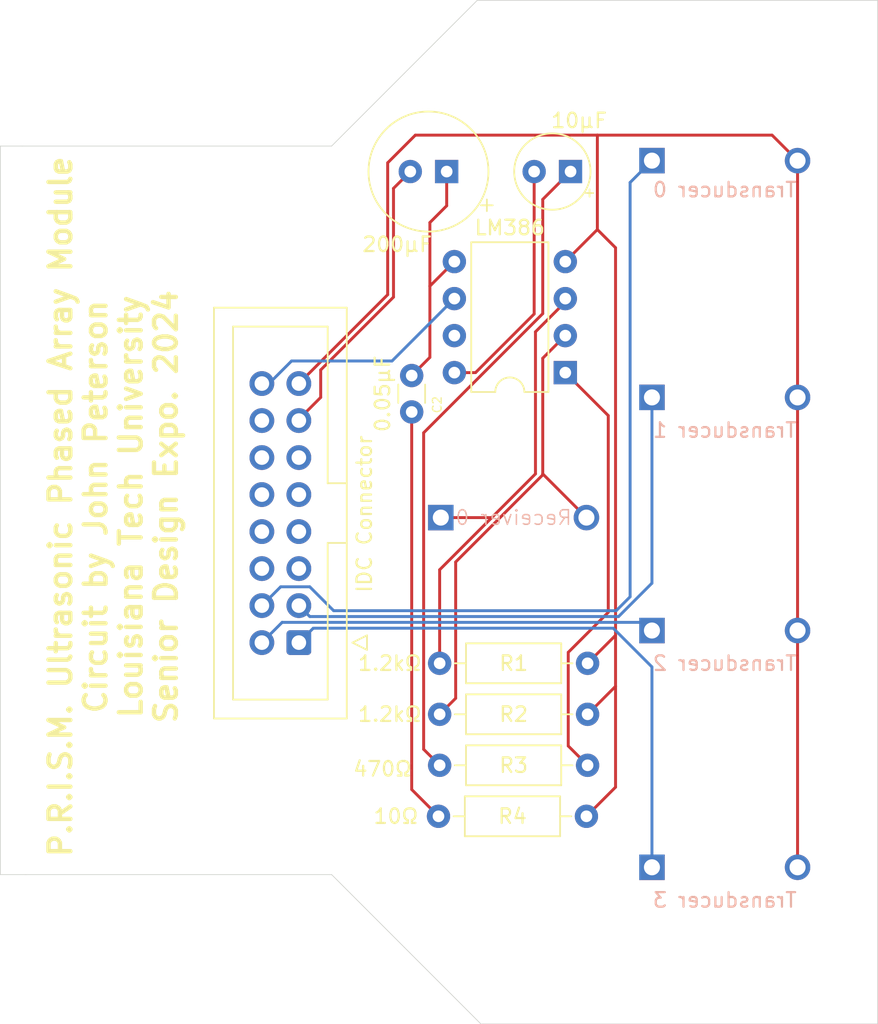
<source format=kicad_pcb>
(kicad_pcb (version 20240108) (generator "pcbnew") (generator_version "8.0")
  (layers (0 "F.Cu" signal) (31 "B.Cu" signal) (34 "B.Paste" user) (35 "F.Paste" user) (36 "B.SilkS" user "B.Silkscreen") (37 "F.SilkS" user "F.Silkscreen") (38 "B.Mask" user) (39 "F.Mask" user) (44 "Edge.Cuts" user))
  (net 0 "")
  (net 1 "Net-(J1-Pin_3)")
  (net 2 "Net-(J1-Pin_2)")
  (net 3 "Net-(J1-Pin_1)")
  (net 5 "Net-(J1-Pin_13)")
  (net 11 "/Vsys")
  (net 15 "/GND")
  (net 16 "Net-(J1-Pin_4)")
  (net 17 "Net-(C2-Pad2)")
  (net 18 "Net-(C3-Pad1)")
  (net 19 "Net-(MK1-+)")
  (net 20 "Net-(MK1--)")
  (net 21 "Net-(R3-Pad2)")
  (net 22 "Net-(C1-Pad1)")
  (net 24 "Net-(C3-Pad2)")
  (footprint "MountingHole:MountingHole_2.2mm_M2" (layer "F.Cu") (at 150 45)
    (property "Reference" "REF**" (hide yes))
    (property "Value" "MountingHole_2.2mm_M2" (hide yes))
    (pad "" np_thru_hole circle (at 0 0) (size 2.2 2.2) (drill 2.2) (layers "*.Cu" "*.Mask"))
  )
  (footprint "Capacitor_THT:CP_Radial_Tantal_D5.0mm_P2.50mm" (layer "F.Cu") (at 153.910225 51.749999 180)
    (property "Reference" "C3" (hide yes))
    (property "Value" "10μF" (at -0.589775 3.499999 180) (layer "F.SilkS"))
    (fp_line (start -1.304775 -1.725) (end -1.304775 -1.225) (stroke (width 0.12)) (layer "F.SilkS"))
    (fp_line (start -1.554775 -1.475) (end -1.054775 -1.475) (stroke (width 0.12)) (layer "F.SilkS"))
    (fp_circle (center 1.25 0) (end 3.87 0) (stroke (width 0.12)) (fill none) (layer "F.SilkS"))
    (pad "1" thru_hole rect (at 0 0 180) (size 1.6 1.6) (drill 0.8) (layers "*.Cu" "*.Mask") (net 18 "Net-(C3-Pad1)"))
    (pad "2" thru_hole circle (at 2.5 0 180) (size 1.6 1.6) (drill 0.8) (layers "*.Cu" "*.Mask") (net 24 "Net-(C3-Pad2)"))
  )
  (footprint "MountingHole:MountingHole_2.2mm_M2" (layer "F.Cu") (at 125 55)
    (property "Reference" "REF**" (hide yes))
    (property "Value" "MountingHole_2.2mm_M2" (hide yes))
    (pad "" np_thru_hole circle (at 0 0) (size 2.2 2.2) (drill 2.2) (layers "F&B.Cu" "*.Mask"))
  )
  (footprint "Resistor_THT:R_Axial_DIN0207_L6.3mm_D2.5mm_P10.16mm_Horizontal" (layer "F.Cu") (at 144.92 85.5)
    (property "Reference" "R1" (hide yes))
    (property "Value" "1.2kΩ" (at -3.42 0 0) (layer "F.SilkS"))
    (fp_line (start 1.04 0) (end 1.81 0) (stroke (width 0.12)) (layer "F.SilkS"))
    (fp_line (start 1.81 -1.37) (end 1.81 1.37) (stroke (width 0.12)) (layer "F.SilkS"))
    (fp_line (start 1.81 1.37) (end 8.35 1.37) (stroke (width 0.12)) (layer "F.SilkS"))
    (fp_line (start 8.35 -1.37) (end 1.81 -1.37) (stroke (width 0.12)) (layer "F.SilkS"))
    (fp_line (start 8.35 1.37) (end 8.35 -1.37) (stroke (width 0.12)) (layer "F.SilkS"))
    (fp_line (start 9.12 0) (end 8.35 0) (stroke (width 0.12)) (layer "F.SilkS"))
    (fp_text user "${REFERENCE}" (at 5.08 0 0) (layer "F.SilkS"))
    (pad "1" thru_hole circle (at 0 0) (size 1.6 1.6) (drill 0.8) (layers "*.Cu" "*.Mask") (net 20 "Net-(MK1--)"))
    (pad "2" thru_hole oval (at 10.16 0) (size 1.6 1.6) (drill 0.8) (layers "*.Cu" "*.Mask") (net 15 "/GND"))
  )
  (footprint "Connector_IDC:IDC-Header_2x08_P2.54mm_Vertical" (layer "F.Cu") (at 135.25 84.08 180)
    (property "Reference" "J1" (hide yes))
    (property "Value" "IDC Connector" (at -4.5 8.83 -90) (layer "F.SilkS"))
    (fp_line (start 5.83 22.99) (end -3.29 22.99) (stroke (width 0.12)) (layer "F.SilkS"))
    (fp_line (start 5.83 -5.21) (end 5.83 22.99) (stroke (width 0.12)) (layer "F.SilkS"))
    (fp_line (start 4.52 21.69) (end -1.98 21.69) (stroke (width 0.12)) (layer "F.SilkS"))
    (fp_line (start 4.52 -3.91) (end 4.52 21.69) (stroke (width 0.12)) (layer "F.SilkS"))
    (fp_line (start -1.98 21.69) (end -1.98 10.94) (stroke (width 0.12)) (layer "F.SilkS"))
    (fp_line (start -1.98 10.94) (end -1.98 10.94) (stroke (width 0.12)) (layer "F.SilkS"))
    (fp_line (start -1.98 10.94) (end -3.29 10.94) (stroke (width 0.12)) (layer "F.SilkS"))
    (fp_line (start -1.98 6.84) (end -1.98 -3.91) (stroke (width 0.12)) (layer "F.SilkS"))
    (fp_line (start -1.98 -3.91) (end 4.52 -3.91) (stroke (width 0.12)) (layer "F.SilkS"))
    (fp_line (start -3.29 22.99) (end -3.29 -5.21) (stroke (width 0.12)) (layer "F.SilkS"))
    (fp_line (start -3.29 6.84) (end -1.98 6.84) (stroke (width 0.12)) (layer "F.SilkS"))
    (fp_line (start -3.29 -5.21) (end 5.83 -5.21) (stroke (width 0.12)) (layer "F.SilkS"))
    (fp_line (start -3.68 0) (end -4.68 -0.5) (stroke (width 0.12)) (layer "F.SilkS"))
    (fp_line (start -4.68 0.5) (end -3.68 0) (stroke (width 0.12)) (layer "F.SilkS"))
    (fp_line (start -4.68 -0.5) (end -4.68 0.5) (stroke (width 0.12)) (layer "F.SilkS"))
    (pad "1" thru_hole roundrect (at 0 0 180) (size 1.7 1.7) (drill 1) (layers "*.Cu" "*.Mask") (roundrect_rratio 0.1470588235) (net 3 "Net-(J1-Pin_1)"))
    (pad "2" thru_hole circle (at 2.54 0 180) (size 1.7 1.7) (drill 1) (layers "*.Cu" "*.Mask") (net 2 "Net-(J1-Pin_2)"))
    (pad "3" thru_hole circle (at 0 2.54 180) (size 1.7 1.7) (drill 1) (layers "*.Cu" "*.Mask") (net 1 "Net-(J1-Pin_3)"))
    (pad "4" thru_hole circle (at 2.54 2.54 180) (size 1.7 1.7) (drill 1) (layers "*.Cu" "*.Mask") (net 16 "Net-(J1-Pin_4)"))
    (pad "5" thru_hole circle (at 0 5.08 180) (size 1.7 1.7) (drill 1) (layers "*.Cu" "*.Mask"))
    (pad "6" thru_hole circle (at 2.54 5.08 180) (size 1.7 1.7) (drill 1) (layers "*.Cu" "*.Mask"))
    (pad "7" thru_hole circle (at 0 7.62 180) (size 1.7 1.7) (drill 1) (layers "*.Cu" "*.Mask"))
    (pad "8" thru_hole circle (at 2.54 7.62 180) (size 1.7 1.7) (drill 1) (layers "*.Cu" "*.Mask"))
    (pad "9" thru_hole circle (at 0 10.16 180) (size 1.7 1.7) (drill 1) (layers "*.Cu" "*.Mask"))
    (pad "10" thru_hole circle (at 2.54 10.16 180) (size 1.7 1.7) (drill 1) (layers "*.Cu" "*.Mask"))
    (pad "11" thru_hole circle (at 0 12.7 180) (size 1.7 1.7) (drill 1) (layers "*.Cu" "*.Mask"))
    (pad "12" thru_hole circle (at 2.54 12.7 180) (size 1.7 1.7) (drill 1) (layers "*.Cu" "*.Mask"))
    (pad "13" thru_hole circle (at 0 15.24 180) (size 1.7 1.7) (drill 1) (layers "*.Cu" "*.Mask") (net 5 "Net-(J1-Pin_13)"))
    (pad "14" thru_hole circle (at 2.54 15.24 180) (size 1.7 1.7) (drill 1) (layers "*.Cu" "*.Mask"))
    (pad "15" thru_hole circle (at 0 17.78 180) (size 1.7 1.7) (drill 1) (layers "*.Cu" "*.Mask") (net 15 "/GND"))
    (pad "16" thru_hole circle (at 2.54 17.78 180) (size 1.7 1.7) (drill 1) (layers "*.Cu" "*.Mask") (net 11 "/Vsys"))
  )
  (footprint "Resistor_THT:R_Axial_DIN0207_L6.3mm_D2.5mm_P10.16mm_Horizontal" (layer "F.Cu") (at 155.08 89 180)
    (property "Reference" "R2" (hide yes))
    (property "Value" "1.2kΩ" (at 13.58 0 180) (layer "F.SilkS"))
    (fp_line (start 9.12 0) (end 8.35 0) (stroke (width 0.12)) (layer "F.SilkS"))
    (fp_line (start 8.35 1.37) (end 8.35 -1.37) (stroke (width 0.12)) (layer "F.SilkS"))
    (fp_line (start 8.35 -1.37) (end 1.81 -1.37) (stroke (width 0.12)) (layer "F.SilkS"))
    (fp_line (start 1.81 1.37) (end 8.35 1.37) (stroke (width 0.12)) (layer "F.SilkS"))
    (fp_line (start 1.81 -1.37) (end 1.81 1.37) (stroke (width 0.12)) (layer "F.SilkS"))
    (fp_line (start 1.04 0) (end 1.81 0) (stroke (width 0.12)) (layer "F.SilkS"))
    (fp_text user "${REFERENCE}" (at 5.08 0 180) (layer "F.SilkS"))
    (pad "1" thru_hole circle (at 0 0 180) (size 1.6 1.6) (drill 0.8) (layers "*.Cu" "*.Mask") (net 15 "/GND"))
    (pad "2" thru_hole oval (at 10.16 0 180) (size 1.6 1.6) (drill 0.8) (layers "*.Cu" "*.Mask") (net 19 "Net-(MK1-+)"))
  )
  (footprint "Capacitor_THT:C_Disc_D3.0mm_W1.6mm_P2.50mm" (layer "F.Cu") (at 143 65.75 -90)
    (property "Reference" "C2" (hide yes))
    (property "Value" "0.05μF" (at 1.25 2 90) (layer "F.SilkS"))
    (fp_line (start 0.621 0.92) (end 1.879 0.92) (stroke (width 0.12)) (layer "F.SilkS"))
    (fp_line (start 0.621 -0.92) (end 1.879 -0.92) (stroke (width 0.12)) (layer "F.SilkS"))
    (fp_text user "${REFERENCE}" (at 2 -1.75 90) (layer "F.SilkS") (effects (font (size 0.6 0.6) (thickness 0.09))))
    (pad "1" thru_hole circle (at 0 0 270) (size 1.6 1.6) (drill 0.8) (layers "*.Cu" "*.Mask") (net 22 "Net-(C1-Pad1)"))
    (pad "2" thru_hole circle (at 2.5 0 270) (size 1.6 1.6) (drill 0.8) (layers "*.Cu" "*.Mask") (net 17 "Net-(C2-Pad2)"))
  )
  (footprint "Resistor_THT:R_Axial_DIN0207_L6.3mm_D2.5mm_P10.16mm_Horizontal" (layer "F.Cu") (at 144.92 92.5)
    (property "Reference" "R3" (hide yes))
    (property "Value" "470Ω" (at -3.92 0.25 0) (layer "F.SilkS"))
    (fp_line (start 1.04 0) (end 1.81 0) (stroke (width 0.12)) (layer "F.SilkS"))
    (fp_line (start 1.81 -1.37) (end 1.81 1.37) (stroke (width 0.12)) (layer "F.SilkS"))
    (fp_line (start 1.81 1.37) (end 8.35 1.37) (stroke (width 0.12)) (layer "F.SilkS"))
    (fp_line (start 8.35 -1.37) (end 1.81 -1.37) (stroke (width 0.12)) (layer "F.SilkS"))
    (fp_line (start 8.35 1.37) (end 8.35 -1.37) (stroke (width 0.12)) (layer "F.SilkS"))
    (fp_line (start 9.12 0) (end 8.35 0) (stroke (width 0.12)) (layer "F.SilkS"))
    (fp_text user "${REFERENCE}" (at 5.08 0 0) (layer "F.SilkS"))
    (pad "1" thru_hole circle (at 0 0) (size 1.6 1.6) (drill 0.8) (layers "*.Cu" "*.Mask") (net 18 "Net-(C3-Pad1)"))
    (pad "2" thru_hole oval (at 10.16 0) (size 1.6 1.6) (drill 0.8) (layers "*.Cu" "*.Mask") (net 21 "Net-(R3-Pad2)"))
  )
  (footprint "MountingHole:MountingHole_2.2mm_M2" (layer "F.Cu") (at 150 105)
    (property "Reference" "REF**" (hide yes))
    (property "Value" "MountingHole_2.2mm_M2" (hide yes))
    (pad "" np_thru_hole circle (at 0 0) (size 2.2 2.2) (drill 2.2) (layers "*.Cu" "*.Mask"))
  )
  (footprint "MountingHole:MountingHole_2.2mm_M2" (layer "F.Cu") (at 125 95)
    (property "Reference" "REF**" (hide yes))
    (property "Value" "MountingHole_2.2mm_M2" (hide yes))
    (pad "" np_thru_hole circle (at 0 0) (size 2.2 2.2) (drill 2.2) (layers "F&B.Cu" "*.Mask"))
  )
  (footprint "Resistor_THT:R_Axial_DIN0207_L6.3mm_D2.5mm_P10.16mm_Horizontal" (layer "F.Cu") (at 155 96 180)
    (property "Reference" "R4" (hide yes))
    (property "Value" "10Ω" (at 13.08 0 180) (layer "F.SilkS"))
    (fp_line (start 9.12 0) (end 8.35 0) (stroke (width 0.12)) (layer "F.SilkS"))
    (fp_line (start 8.35 1.37) (end 8.35 -1.37) (stroke (width 0.12)) (layer "F.SilkS"))
    (fp_line (start 8.35 -1.37) (end 1.81 -1.37) (stroke (width 0.12)) (layer "F.SilkS"))
    (fp_line (start 1.81 1.37) (end 8.35 1.37) (stroke (width 0.12)) (layer "F.SilkS"))
    (fp_line (start 1.81 -1.37) (end 1.81 1.37) (stroke (width 0.12)) (layer "F.SilkS"))
    (fp_line (start 1.04 0) (end 1.81 0) (stroke (width 0.12)) (layer "F.SilkS"))
    (fp_text user "${REFERENCE}" (at 5.08 0 180) (layer "F.SilkS"))
    (pad "1" thru_hole circle (at 0 0 180) (size 1.6 1.6) (drill 0.8) (layers "*.Cu" "*.Mask") (net 15 "/GND"))
    (pad "2" thru_hole oval (at 10.16 0 180) (size 1.6 1.6) (drill 0.8) (layers "*.Cu" "*.Mask") (net 17 "Net-(C2-Pad2)"))
  )
  (footprint "Package_DIP:DIP-8_W7.62mm" (layer "F.Cu") (at 153.55 65.55 180)
    (property "Reference" "U1" (hide yes))
    (property "Value" "LM386" (at 3.81 9.95 180) (layer "F.SilkS"))
    (fp_line (start 6.46 8.95) (end 6.46 -1.33) (stroke (width 0.12)) (layer "F.SilkS"))
    (fp_line (start 6.46 -1.33) (end 4.81 -1.33) (stroke (width 0.12)) (layer "F.SilkS"))
    (fp_line (start 2.81 -1.33) (end 1.16 -1.33) (stroke (width 0.12)) (layer "F.SilkS"))
    (fp_line (start 1.16 8.95) (end 6.46 8.95) (stroke (width 0.12)) (layer "F.SilkS"))
    (fp_line (start 1.16 -1.33) (end 1.16 8.95) (stroke (width 0.12)) (layer "F.SilkS"))
    (fp_arc (start 4.81 -1.33) (mid 3.81 -0.33) (end 2.81 -1.33) (stroke (width 0.12)) (layer "F.SilkS"))
    (pad "1" thru_hole rect (at 0 0 180) (size 1.6 1.6) (drill 0.8) (layers "*.Cu" "*.Mask") (net 21 "Net-(R3-Pad2)"))
    (pad "2" thru_hole oval (at 0 2.54 180) (size 1.6 1.6) (drill 0.8) (layers "*.Cu" "*.Mask") (net 19 "Net-(MK1-+)"))
    (pad "3" thru_hole oval (at 0 5.08 180) (size 1.6 1.6) (drill 0.8) (layers "*.Cu" "*.Mask") (net 20 "Net-(MK1--)"))
    (pad "4" thru_hole oval (at 0 7.62 180) (size 1.6 1.6) (drill 0.8) (layers "*.Cu" "*.Mask") (net 15 "/GND"))
    (pad "5" thru_hole oval (at 7.62 7.62 180) (size 1.6 1.6) (drill 0.8) (layers "*.Cu" "*.Mask") (net 22 "Net-(C1-Pad1)"))
    (pad "6" thru_hole oval (at 7.62 5.08 180) (size 1.6 1.6) (drill 0.8) (layers "*.Cu" "*.Mask") (net 11 "/Vsys"))
    (pad "7" thru_hole oval (at 7.62 2.54 180) (size 1.6 1.6) (drill 0.8) (layers "*.Cu" "*.Mask"))
    (pad "8" thru_hole oval (at 7.62 0 180) (size 1.6 1.6) (drill 0.8) (layers "*.Cu" "*.Mask") (net 24 "Net-(C3-Pad2)"))
  )
  (footprint "Capacitor_THT:CP_Radial_Tantal_D8.0mm_P2.50mm" (layer "F.Cu") (at 145.402651 51.75 180)
    (property "Reference" "C1" (hide yes))
    (property "Value" "200μF" (at 3.402651 -5 180) (layer "F.SilkS"))
    (fp_line (start -2.759698 -2.715) (end -2.759698 -1.915) (stroke (width 0.12)) (layer "F.SilkS"))
    (fp_line (start -3.159698 -2.315) (end -2.359698 -2.315) (stroke (width 0.12)) (layer "F.SilkS"))
    (fp_circle (center 1.25 0) (end 5.37 0) (stroke (width 0.12)) (fill none) (layer "F.SilkS"))
    (pad "1" thru_hole rect (at 0 0 180) (size 1.6 1.6) (drill 0.8) (layers "*.Cu" "*.Mask") (net 22 "Net-(C1-Pad1)"))
    (pad "2" thru_hole circle (at 2.5 0 180) (size 1.6 1.6) (drill 0.8) (layers "*.Cu" "*.Mask") (net 5 "Net-(J1-Pin_13)"))
  )
  (footprint "UltrasonicTransducerReceiver:Ultrasonic Transducer-Receiver" (layer "B.Cu") (at 159.5 83.25)
    (property "Reference" "LS2" (hide yes))
    (property "Value" "Transducer 2" (at 5 2.249999 0) (layer "B.SilkS") (effects (justify mirror)))
    (pad "1" thru_hole rect (at 0 0) (size 1.75 1.75) (drill 1.1) (layers "*.Cu" "*.Mask") (net 2 "Net-(J1-Pin_2)"))
    (pad "2" thru_hole circle (at 10 0) (size 1.75 1.75) (drill 1.1) (layers "*.Cu" "*.Mask") (net 15 "/GND"))
  )
  (footprint "UltrasonicTransducerReceiver:Ultrasonic Transducer-Receiver" (layer "B.Cu") (at 159.5 67.25)
    (property "Reference" "LS3" (hide yes))
    (property "Value" "Transducer 1" (at 5 2.25 0) (layer "B.SilkS") (effects (justify mirror)))
    (pad "1" thru_hole rect (at 0 0) (size 1.75 1.75) (drill 1.1) (layers "*.Cu" "*.Mask") (net 1 "Net-(J1-Pin_3)"))
    (pad "2" thru_hole circle (at 10 0) (size 1.75 1.75) (drill 1.1) (layers "*.Cu" "*.Mask") (net 15 "/GND"))
  )
  (footprint "UltrasonicTransducerReceiver:Ultrasonic Transducer-Receiver" (layer "B.Cu") (at 145 75.5)
    (property "Reference" "Receiver 0" (at 5 0 0) (layer "B.SilkS") (effects (font (thickness 0.1)) (justify mirror)))
    (property "Value" "Microphone_Ultrasound" (hide yes))
    (pad "1" thru_hole rect (at 0 0) (size 1.75 1.75) (drill 1.1) (layers "*.Cu" "*.Mask") (net 20 "Net-(MK1--)"))
    (pad "2" thru_hole circle (at 10 0) (size 1.75 1.75) (drill 1.1) (layers "*.Cu" "*.Mask") (net 19 "Net-(MK1-+)"))
  )
  (footprint "UltrasonicTransducerReceiver:Ultrasonic Transducer-Receiver" (layer "B.Cu") (at 159.5 51)
    (property "Reference" "LS4" (hide yes))
    (property "Value" "Transducer 0" (at 5 2 0) (layer "B.SilkS") (effects (justify mirror)))
    (pad "1" thru_hole rect (at 0 0) (size 1.75 1.75) (drill 1.1) (layers "*.Cu" "*.Mask") (net 16 "Net-(J1-Pin_4)"))
    (pad "2" thru_hole circle (at 10 0) (size 1.75 1.75) (drill 1.1) (layers "*.Cu" "*.Mask") (net 15 "/GND"))
  )
  (footprint "UltrasonicTransducerReceiver:Ultrasonic Transducer-Receiver" (layer "B.Cu") (at 159.5 99.5)
    (property "Reference" "LS1" (hide yes))
    (property "Value" "Transducer 3" (at 4.999999 2.249999 0) (layer "B.SilkS") (effects (justify mirror)))
    (pad "1" thru_hole rect (at 0 0) (size 1.75 1.75) (drill 1.1) (layers "*.Cu" "*.Mask") (net 3 "Net-(J1-Pin_1)"))
    (pad "2" thru_hole circle (at 10 0) (size 1.75 1.75) (drill 1.1) (layers "*.Cu" "*.Mask") (net 15 "/GND"))
  )
  (gr_line (start 175 40) (end 147.5 40) (stroke (width 0.05)) (layer "Edge.Cuts"))
  (gr_line (start 175 110.25) (end 175 40) (stroke (width 0.05)) (layer "Edge.Cuts"))
  (gr_line (start 137.5 100) (end 142.5 105) (stroke (width 0.05)) (layer "Edge.Cuts"))
  (gr_line (start 142.5 105) (end 147.75 110.25) (stroke (width 0.05)) (layer "Edge.Cuts"))
  (gr_line (start 114.75 100) (end 114.75 50) (stroke (width 0.05)) (layer "Edge.Cuts"))
  (gr_line (start 116.5 100) (end 137.5 100) (stroke (width 0.05)) (layer "Edge.Cuts"))
  (gr_line (start 116.5 100) (end 114.75 100) (stroke (width 0.05)) (layer "Edge.Cuts"))
  (gr_line (start 147.75 110.25) (end 175 110.25) (stroke (width 0.05)) (layer "Edge.Cuts"))
  (gr_line (start 145 42.5) (end 147.5 40) (stroke (width 0.05)) (layer "Edge.Cuts"))
  (gr_line (start 116.25 50) (end 137.5 50) (stroke (width 0.05)) (layer "Edge.Cuts"))
  (gr_line (start 114.75 50) (end 116.25 50) (stroke (width 0.05)) (layer "Edge.Cuts"))
  (gr_line (start 142.5 45) (end 145 42.5) (stroke (width 0.05)) (layer "Edge.Cuts"))
  (gr_line (start 137.5 50) (end 142.5 45) (stroke (width 0.05)) (layer "Edge.Cuts"))
  (gr_text "P.R.I.S.M. Ultrasonic Phased Array Module\nCircuit by John Peterson\nLouisiana Tech University\nSenior Design Expo. 2024" (at 127 74.75 -270) (layer "F.SilkS") (effects (font (size 1.5 1.5) (thickness 0.3) (bold yes)) (justify bottom)))
  (segment (start 135.25 81.54) (end 136 82.29) (width 0.2) (layer "B.Cu") (net 1))
  (segment (start 157.21 82.29) (end 159.5 80) (width 0.2) (layer "B.Cu") (net 1))
  (segment (start 136 82.29) (end 157.21 82.29) (width 0.2) (layer "B.Cu") (net 1))
  (segment (start 159.5 80) (end 159.5 67.25) (width 0.2) (layer "B.Cu") (net 1))
  (segment (start 158.94 82.69) (end 159.5 83.25) (width 0.2) (layer "B.Cu") (net 2))
  (segment (start 132.71 84.08) (end 134.1 82.69) (width 0.2) (layer "B.Cu") (net 2))
  (segment (start 134.1 82.69) (end 158.94 82.69) (width 0.2) (layer "B.Cu") (net 2))
  (segment (start 156.84 83.09) (end 159.5 85.75) (width 0.2) (layer "B.Cu") (net 3))
  (segment (start 159.5 85.75) (end 159.5 99.5) (width 0.2) (layer "B.Cu") (net 3))
  (segment (start 135.25 84.08) (end 136.24 83.09) (width 0.2) (layer "B.Cu") (net 3))
  (segment (start 136.24 83.09) (end 156.84 83.09) (width 0.2) (layer "B.Cu") (net 3))
  (segment (start 136.75 65.365686) (end 141.75 60.365686) (width 0.2) (layer "F.Cu") (net 5))
  (segment (start 141.75 60.365686) (end 141.75 52.902651) (width 0.2) (layer "F.Cu") (net 5))
  (segment (start 135.25 68.84) (end 135.25 68.75) (width 0.2) (layer "F.Cu") (net 5))
  (segment (start 135.25 68.75) (end 136.75 67.25) (width 0.2) (layer "F.Cu") (net 5))
  (segment (start 136.75 67.25) (end 136.75 65.365686) (width 0.2) (layer "F.Cu") (net 5))
  (segment (start 141.75 52.902651) (end 142.902651 51.75) (width 0.2) (layer "F.Cu") (net 5))
  (segment (start 134.75 64.75) (end 141.65 64.75) (width 0.2) (layer "B.Cu") (net 11))
  (segment (start 133.2 66.3) (end 134.75 64.75) (width 0.2) (layer "B.Cu") (net 11))
  (segment (start 132.71 66.3) (end 133.2 66.3) (width 0.2) (layer "B.Cu") (net 11))
  (segment (start 141.65 64.75) (end 145.93 60.47) (width 0.2) (layer "B.Cu") (net 11))
  (segment (start 157 83.58) (end 157 56.98) (width 0.2) (layer "F.Cu") (net 15))
  (segment (start 157 94) (end 157 87.08) (width 0.2) (layer "F.Cu") (net 15))
  (segment (start 169.5 67.25) (end 169.5 51) (width 0.2) (layer "F.Cu") (net 15))
  (segment (start 155.08 85.5) (end 156.9 83.68) (width 0.2) (layer "F.Cu") (net 15))
  (segment (start 169.5 83.25) (end 169.5 67.25) (width 0.2) (layer "F.Cu") (net 15))
  (segment (start 155.75 55.73) (end 155.75 49.25) (width 0.2) (layer "F.Cu") (net 15))
  (segment (start 156.9 83.68) (end 157 83.58) (width 0.2) (layer "F.Cu") (net 15))
  (segment (start 169.5 51) (end 167.75 49.25) (width 0.2) (layer "F.Cu") (net 15))
  (segment (start 169.5 99.5) (end 169.5 83.25) (width 0.2) (layer "F.Cu") (net 15))
  (segment (start 155.08 89) (end 157 87.08) (width 0.2) (layer "F.Cu") (net 15))
  (segment (start 155.75 49.25) (end 143.25 49.25) (width 0.2) (layer "F.Cu") (net 15))
  (segment (start 155 96) (end 157 94) (width 0.2) (layer "F.Cu") (net 15))
  (segment (start 153.55 57.93) (end 155.75 55.73) (width 0.2) (layer "F.Cu") (net 15))
  (segment (start 157 56.98) (end 155.75 55.73) (width 0.2) (layer "F.Cu") (net 15))
  (segment (start 143.25 49.25) (end 141.35 51.15) (width 0.2) (layer "F.Cu") (net 15))
  (segment (start 141.35 60.2) (end 135.25 66.3) (width 0.2) (layer "F.Cu") (net 15))
  (segment (start 167.75 49.25) (end 155.75 49.25) (width 0.2) (layer "F.Cu") (net 15))
  (segment (start 157 87.08) (end 157 83.58) (width 0.2) (layer "F.Cu") (net 15))
  (segment (start 141.35 51.15) (end 141.35 60.2) (width 0.2) (layer "F.Cu") (net 15))
  (segment (start 136 80.25) (end 137.64 81.89) (width 0.2) (layer "B.Cu") (net 16))
  (segment (start 157.044314 81.89) (end 158 80.934314) (width 0.2) (layer "B.Cu") (net 16))
  (segment (start 134 80.25) (end 136 80.25) (width 0.2) (layer "B.Cu") (net 16))
  (segment (start 158 52.5) (end 159.5 51) (width 0.2) (layer "B.Cu") (net 16))
  (segment (start 137.64 81.89) (end 157.044314 81.89) (width 0.2) (layer "B.Cu") (net 16))
  (segment (start 158 80.934314) (end 158 52.5) (width 0.2) (layer "B.Cu") (net 16))
  (segment (start 132.71 81.54) (end 134 80.25) (width 0.2) (layer "B.Cu") (net 16))
  (segment (start 143 94.16) (end 143 68.25) (width 0.2) (layer "F.Cu") (net 17))
  (segment (start 144.84 96) (end 143 94.16) (width 0.2) (layer "F.Cu") (net 17))
  (segment (start 153.910225 51.749999) (end 152 53.660224) (width 0.2) (layer "F.Cu") (net 18))
  (segment (start 152 61.5) (end 143.82 69.68) (width 0.2) (layer "F.Cu") (net 18))
  (segment (start 152 53.660224) (end 152 61.5) (width 0.2) (layer "F.Cu") (net 18))
  (segment (start 143.82 91.4) (end 144.92 92.5) (width 0.2) (layer "F.Cu") (net 18))
  (segment (start 143.82 69.68) (end 143.82 91.4) (width 0.2) (layer "F.Cu") (net 18))
  (segment (start 152 72.5) (end 152 64.56) (width 0.2) (layer "F.Cu") (net 19))
  (segment (start 152 72.5) (end 152 72.565686) (width 0.2) (layer "F.Cu") (net 19))
  (segment (start 146.02 78.545686) (end 146.02 87.9) (width 0.2) (layer "F.Cu") (net 19))
  (segment (start 152 72.565686) (end 146.02 78.545686) (width 0.2) (layer "F.Cu") (net 19))
  (segment (start 146.02 87.9) (end 144.92 89) (width 0.2) (layer "F.Cu") (net 19))
  (segment (start 155 75.5) (end 152 72.5) (width 0.2) (layer "F.Cu") (net 19))
  (segment (start 152 64.56) (end 153.55 63.01) (width 0.2) (layer "F.Cu") (net 19))
  (segment (start 151.5 72.5) (end 148.5 75.5) (width 0.2) (layer "F.Cu") (net 20))
  (segment (start 151.5 62.75) (end 151.5 72.5) (width 0.2) (layer "F.Cu") (net 20))
  (segment (start 153.55 60.47) (end 153.55 60.7) (width 0.2) (layer "F.Cu") (net 20))
  (segment (start 148.5 75.5) (end 145 75.5) (width 0.2) (layer "F.Cu") (net 20))
  (segment (start 144.92 79.08) (end 144.92 85.5) (width 0.2) (layer "F.Cu") (net 20))
  (segment (start 148.5 75.5) (end 144.92 79.08) (width 0.2) (layer "F.Cu") (net 20))
  (segment (start 153.55 60.7) (end 151.5 62.75) (width 0.2) (layer "F.Cu") (net 20))
  (segment (start 156.5 82) (end 156.5 68.5) (width 0.2) (layer "F.Cu") (net 21))
  (segment (start 153.75 84.75) (end 156.5 82) (width 0.2) (layer "F.Cu") (net 21))
  (segment (start 155.08 92.5) (end 153.75 91.17) (width 0.2) (layer "F.Cu") (net 21))
  (segment (start 156.5 68.5) (end 153.55 65.55) (width 0.2) (layer "F.Cu") (net 21))
  (segment (start 153.75 91.17) (end 153.75 84.75) (width 0.2) (layer "F.Cu") (net 21))
  (segment (start 143.18 65.57) (end 143 65.75) (width 0.2) (layer "F.Cu") (net 22))
  (segment (start 144.25 64.5) (end 143 65.75) (width 0.2) (layer "F.Cu") (net 22))
  (segment (start 144.25 59.61) (end 144.25 64.5) (width 0.2) (layer "F.Cu") (net 22))
  (segment (start 145.402651 54.097349) (end 145.402651 51.75) (width 0.2) (layer "F.Cu") (net 22))
  (segment (start 144.25 59.61) (end 144.25 55.25) (width 0.2) (layer "F.Cu") (net 22))
  (segment (start 144.25 55.25) (end 145.402651 54.097349) (width 0.2) (layer "F.Cu") (net 22))
  (segment (start 145.93 57.93) (end 144.25 59.61) (width 0.2) (layer "F.Cu") (net 22))
  (segment (start 151.410225 51.749999) (end 151.410225 61.524089) (width 0.2) (layer "F.Cu") (net 24))
  (segment (start 147.384314 65.55) (end 145.93 65.55) (width 0.2) (layer "F.Cu") (net 24))
  (segment (start 151.410225 61.524089) (end 147.384314 65.55) (width 0.2) (layer "F.Cu") (net 24))
)
</source>
